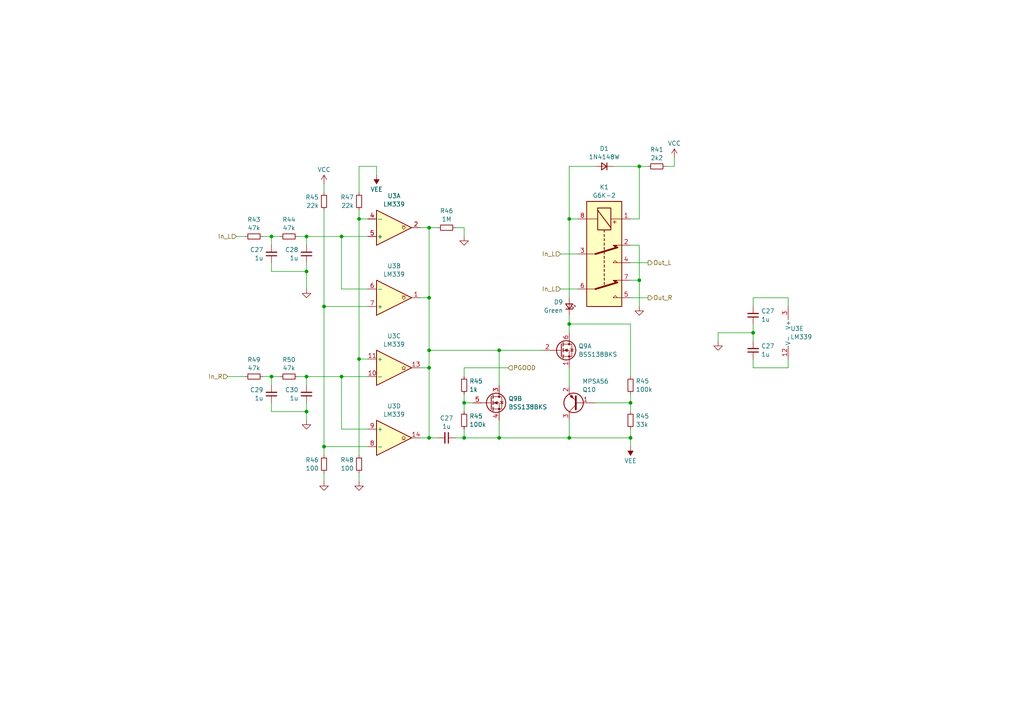
<source format=kicad_sch>
(kicad_sch (version 20230121) (generator eeschema)
  (paper "A4")
  (lib_symbols
    (symbol "Comparator:LM339" (pin_names (offset 0.127))
      (property "Reference" "U" (at 0 5.08 0))
      (property "Value" "LM339" (at 0 -5.08 0))
      (symbol "LM339_1_1"
        (polyline (pts (xy -5.08 5.08) (xy 5.08 0) (xy -5.08 -5.08) (xy -5.08 5.08)) (stroke (width 0.254)) (fill (type background)))
        (polyline (pts (xy 3.302 -0.508) (xy 2.794 -0.508) (xy 3.302 0) (xy 2.794 0.508) (xy 2.286 0) (xy 2.794 -0.508) (xy 2.286 -0.508)) (stroke (width 0.127)))
        (pin open_collector line (at 7.62 0 180) (length 2.54) (name "~") (number "2"))
        (pin input line (at -7.62 -2.54 0) (length 2.54) (name "-") (number "4"))
        (pin input line (at -7.62 2.54 0) (length 2.54) (name "+") (number "5"))
      )
      (symbol "LM339_2_1"
        (polyline (pts (xy -5.08 5.08) (xy 5.08 0) (xy -5.08 -5.08) (xy -5.08 5.08)) (stroke (width 0.254)) (fill (type background)))
        (polyline (pts (xy 3.302 -0.508) (xy 2.794 -0.508) (xy 3.302 0) (xy 2.794 0.508) (xy 2.286 0) (xy 2.794 -0.508) (xy 2.286 -0.508)) (stroke (width 0.127)))
        (pin open_collector line (at 7.62 0 180) (length 2.54) (name "~") (number "1"))
        (pin input line (at -7.62 -2.54 0) (length 2.54) (name "-") (number "6"))
        (pin input line (at -7.62 2.54 0) (length 2.54) (name "+") (number "7"))
      )
      (symbol "LM339_3_1"
        (polyline (pts (xy -5.08 5.08) (xy 5.08 0) (xy -5.08 -5.08) (xy -5.08 5.08)) (stroke (width 0.254)) (fill (type background)))
        (polyline (pts (xy 3.302 -0.508) (xy 2.794 -0.508) (xy 3.302 0) (xy 2.794 0.508) (xy 2.286 0) (xy 2.794 -0.508) (xy 2.286 -0.508)) (stroke (width 0.127)))
        (pin input line (at -7.62 -2.54 0) (length 2.54) (name "-") (number "10"))
        (pin input line (at -7.62 2.54 0) (length 2.54) (name "+") (number "11"))
        (pin open_collector line (at 7.62 0 180) (length 2.54) (name "~") (number "13"))
      )
      (symbol "LM339_4_1"
        (polyline (pts (xy -5.08 5.08) (xy 5.08 0) (xy -5.08 -5.08) (xy -5.08 5.08)) (stroke (width 0.254)) (fill (type background)))
        (polyline (pts (xy 3.302 -0.508) (xy 2.794 -0.508) (xy 3.302 0) (xy 2.794 0.508) (xy 2.286 0) (xy 2.794 -0.508) (xy 2.286 -0.508)) (stroke (width 0.127)))
        (pin open_collector line (at 7.62 0 180) (length 2.54) (name "~") (number "14"))
        (pin input line (at -7.62 -2.54 0) (length 2.54) (name "-") (number "8"))
        (pin input line (at -7.62 2.54 0) (length 2.54) (name "+") (number "9"))
      )
      (symbol "LM339_5_1"
        (pin power_in line (at -2.54 -7.62 90) (length 3.81) (name "V-") (number "12"))
        (pin power_in line (at -2.54 7.62 270) (length 3.81) (name "V+") (number "3"))
      )
    )
    (symbol "Device:C_Small" (pin_numbers hide) (pin_names (offset 0.254) hide)
      (property "Reference" "C" (at 0.254 1.778 0))
      (property "Value" "C_Small" (at 0.254 -2.032 0))
      (symbol "C_Small_0_1"
        (polyline (pts (xy -1.524 -0.508) (xy 1.524 -0.508)) (stroke (width 0.3302)))
        (polyline (pts (xy -1.524 0.508) (xy 1.524 0.508)) (stroke (width 0.3048)))
      )
      (symbol "C_Small_1_1"
        (pin passive line (at 0 2.54 270) (length 2.032) (name "~") (number "1"))
        (pin passive line (at 0 -2.54 90) (length 2.032) (name "~") (number "2"))
      )
    )
    (symbol "Device:D_Small" (pin_numbers hide) (pin_names (offset 0.254) hide)
      (property "Reference" "D" (at -1.27 2.032 0))
      (property "Value" "D_Small" (at -3.81 -2.032 0))
      (symbol "D_Small_0_1"
        (polyline (pts (xy -0.762 -1.016) (xy -0.762 1.016)) (stroke (width 0.254)))
        (polyline (pts (xy -0.762 0) (xy 0.762 0)))
        (polyline (pts (xy 0.762 -1.016) (xy -0.762 0) (xy 0.762 1.016) (xy 0.762 -1.016)) (stroke (width 0.254)))
      )
      (symbol "D_Small_1_1"
        (pin passive line (at -2.54 0 0) (length 1.778) (name "K") (number "1"))
        (pin passive line (at 2.54 0 180) (length 1.778) (name "A") (number "2"))
      )
    )
    (symbol "Device:LED_Small" (pin_numbers hide) (pin_names (offset 0.254) hide)
      (property "Reference" "D" (at -1.27 3.175 0))
      (property "Value" "LED_Small" (at -4.445 -2.54 0))
      (symbol "LED_Small_0_1"
        (polyline (pts (xy -0.762 -1.016) (xy -0.762 1.016)) (stroke (width 0.254)))
        (polyline (pts (xy 1.016 0) (xy -0.762 0)))
        (polyline (pts (xy 0.762 -1.016) (xy -0.762 0) (xy 0.762 1.016) (xy 0.762 -1.016)) (stroke (width 0.254)))
        (polyline (pts (xy 0 0.762) (xy -0.508 1.27) (xy -0.254 1.27) (xy -0.508 1.27) (xy -0.508 1.016)))
        (polyline (pts (xy 0.508 1.27) (xy 0 1.778) (xy 0.254 1.778) (xy 0 1.778) (xy 0 1.524)))
      )
      (symbol "LED_Small_1_1"
        (pin passive line (at -2.54 0 0) (length 1.778) (name "K") (number "1"))
        (pin passive line (at 2.54 0 180) (length 1.778) (name "A") (number "2"))
      )
    )
    (symbol "Device:Q_Dual_NMOS_S1G1D2S2G2D1" (pin_names (offset 0) hide)
      (property "Reference" "Q" (at 6.35 1.27 0))
      (property "Value" "Q_Dual_NMOS_S1G1D2S2G2D1" (at 19.05 -1.27 0))
      (symbol "Q_Dual_NMOS_S1G1D2S2G2D1_0_1"
        (polyline (pts (xy 0.254 0) (xy -2.54 0)))
        (polyline (pts (xy 0.254 1.905) (xy 0.254 -1.905)) (stroke (width 0.254)))
        (polyline (pts (xy 0.762 -1.27) (xy 0.762 -2.286)) (stroke (width 0.254)))
        (polyline (pts (xy 0.762 0.508) (xy 0.762 -0.508)) (stroke (width 0.254)))
        (polyline (pts (xy 0.762 2.286) (xy 0.762 1.27)) (stroke (width 0.254)))
        (polyline (pts (xy 2.54 2.54) (xy 2.54 1.778)))
        (polyline (pts (xy 2.54 -2.54) (xy 2.54 0) (xy 0.762 0)))
        (polyline (pts (xy 0.762 -1.778) (xy 3.302 -1.778) (xy 3.302 1.778) (xy 0.762 1.778)))
        (polyline (pts (xy 1.016 0) (xy 2.032 0.381) (xy 2.032 -0.381) (xy 1.016 0)) (fill (type outline)))
        (polyline (pts (xy 2.794 0.508) (xy 2.921 0.381) (xy 3.683 0.381) (xy 3.81 0.254)))
        (polyline (pts (xy 3.302 0.381) (xy 2.921 -0.254) (xy 3.683 -0.254) (xy 3.302 0.381)))
        (circle (center 1.651 0) (radius 2.794) (stroke (width 0.254)))
        (circle (center 2.54 -1.778) (radius 0.254) (fill (type outline)))
        (circle (center 2.54 1.778) (radius 0.254) (fill (type outline)))
      )
      (symbol "Q_Dual_NMOS_S1G1D2S2G2D1_1_1"
        (pin passive line (at 2.54 -5.08 90) (length 2.54) (name "S") (number "1"))
        (pin input line (at -5.08 0 0) (length 2.54) (name "G") (number "2"))
        (pin passive line (at 2.54 5.08 270) (length 2.54) (name "D") (number "6"))
      )
      (symbol "Q_Dual_NMOS_S1G1D2S2G2D1_2_1"
        (pin passive line (at 2.54 5.08 270) (length 2.54) (name "D") (number "3"))
        (pin passive line (at 2.54 -5.08 90) (length 2.54) (name "S") (number "4"))
        (pin input line (at -5.08 0 0) (length 2.54) (name "G") (number "5"))
      )
    )
    (symbol "Device:R_Small" (pin_numbers hide) (pin_names (offset 0.254) hide)
      (property "Reference" "R" (at 0.762 0.508 0))
      (property "Value" "R_Small" (at 0.762 -1.016 0))
      (symbol "R_Small_0_1"
        (rectangle (start -0.762 1.778) (end 0.762 -1.778) (stroke (width 0.2032)))
      )
      (symbol "R_Small_1_1"
        (pin passive line (at 0 2.54 270) (length 0.762) (name "~") (number "1"))
        (pin passive line (at 0 -2.54 90) (length 0.762) (name "~") (number "2"))
      )
    )
    (symbol "Relay:G6K-2"
      (property "Reference" "K" (at 16.51 3.81 0))
      (property "Value" "G6K-2" (at 16.51 1.27 0))
      (symbol "G6K-2_0_0"
        (text "+" (at -9.271 2.921 0) (effects (font (size 1.27 1.27))))
      )
      (symbol "G6K-2_0_1"
        (rectangle (start -15.24 5.08) (end 15.24 -5.08) (stroke (width 0.254)) (fill (type background)))
        (rectangle (start -13.335 1.905) (end -6.985 -1.905) (stroke (width 0.254)))
        (polyline (pts (xy -12.7 -1.905) (xy -7.62 1.905)) (stroke (width 0.254)))
        (polyline (pts (xy -10.16 -5.08) (xy -10.16 -1.905)))
        (polyline (pts (xy -10.16 5.08) (xy -10.16 1.905)))
        (polyline (pts (xy -6.985 0) (xy -6.35 0)) (stroke (width 0.254)))
        (polyline (pts (xy -5.715 0) (xy -5.08 0)) (stroke (width 0.254)))
        (polyline (pts (xy -4.445 0) (xy -3.81 0)) (stroke (width 0.254)))
        (polyline (pts (xy -3.175 0) (xy -2.54 0)) (stroke (width 0.254)))
        (polyline (pts (xy -1.905 0) (xy -1.27 0)) (stroke (width 0.254)))
        (polyline (pts (xy -0.635 0) (xy 0 0)) (stroke (width 0.254)))
        (polyline (pts (xy 0 -2.54) (xy -1.905 3.81)) (stroke (width 0.508)))
        (polyline (pts (xy 0 -2.54) (xy 0 -5.08)))
        (polyline (pts (xy 0.635 0) (xy 1.27 0)) (stroke (width 0.254)))
        (polyline (pts (xy 1.905 0) (xy 2.54 0)) (stroke (width 0.254)))
        (polyline (pts (xy 3.175 0) (xy 3.81 0)) (stroke (width 0.254)))
        (polyline (pts (xy 4.445 0) (xy 5.08 0)) (stroke (width 0.254)))
        (polyline (pts (xy 5.715 0) (xy 6.35 0)) (stroke (width 0.254)))
        (polyline (pts (xy 6.985 0) (xy 7.62 0)) (stroke (width 0.254)))
        (polyline (pts (xy 8.255 0) (xy 8.89 0)) (stroke (width 0.254)))
        (polyline (pts (xy 10.16 -2.54) (xy 8.255 3.81)) (stroke (width 0.508)))
        (polyline (pts (xy 10.16 -2.54) (xy 10.16 -5.08)))
        (polyline (pts (xy -2.54 5.08) (xy -2.54 2.54) (xy -1.905 3.175) (xy -2.54 3.81)) (fill (type outline)))
        (polyline (pts (xy 2.54 5.08) (xy 2.54 2.54) (xy 1.905 3.175) (xy 2.54 3.81)))
        (polyline (pts (xy 7.62 5.08) (xy 7.62 2.54) (xy 8.255 3.175) (xy 7.62 3.81)) (fill (type outline)))
        (polyline (pts (xy 12.7 5.08) (xy 12.7 2.54) (xy 12.065 3.175) (xy 12.7 3.81)))
      )
      (symbol "G6K-2_1_1"
        (pin passive line (at -10.16 7.62 270) (length 2.54) (name "~") (number "1"))
        (pin passive line (at -2.54 7.62 270) (length 2.54) (name "~") (number "2"))
        (pin passive line (at 0 -7.62 90) (length 2.54) (name "~") (number "3"))
        (pin passive line (at 2.54 7.62 270) (length 2.54) (name "~") (number "4"))
        (pin passive line (at 12.7 7.62 270) (length 2.54) (name "~") (number "5"))
        (pin passive line (at 10.16 -7.62 90) (length 2.54) (name "~") (number "6"))
        (pin passive line (at 7.62 7.62 270) (length 2.54) (name "~") (number "7"))
        (pin passive line (at -10.16 -7.62 90) (length 2.54) (name "~") (number "8"))
      )
    )
    (symbol "Transistor_BJT:MMBT3906" (pin_names (offset 0) hide)
      (property "Reference" "Q" (at 5.08 1.905 0))
      (property "Value" "MMBT3906" (at 5.08 0 0))
      (symbol "MMBT3906_0_1"
        (polyline (pts (xy 0.635 0.635) (xy 2.54 2.54)))
        (polyline (pts (xy 0.635 -0.635) (xy 2.54 -2.54) (xy 2.54 -2.54)))
        (polyline (pts (xy 0.635 1.905) (xy 0.635 -1.905) (xy 0.635 -1.905)) (stroke (width 0.508)))
        (polyline (pts (xy 2.286 -1.778) (xy 1.778 -2.286) (xy 1.27 -1.27) (xy 2.286 -1.778) (xy 2.286 -1.778)) (fill (type outline)))
        (circle (center 1.27 0) (radius 2.8194) (stroke (width 0.254)))
      )
      (symbol "MMBT3906_1_1"
        (pin input line (at -5.08 0 0) (length 5.715) (name "B") (number "1"))
        (pin passive line (at 2.54 -5.08 90) (length 2.54) (name "E") (number "2"))
        (pin passive line (at 2.54 5.08 270) (length 2.54) (name "C") (number "3"))
      )
    )
    (symbol "power:GND" (power) (pin_names (offset 0))
      (property "Value" "GND" (at 0 -3.81 0))
      (symbol "GND_0_1"
        (polyline (pts (xy 0 0) (xy 0 -1.27) (xy 1.27 -1.27) (xy 0 -2.54) (xy -1.27 -1.27) (xy 0 -1.27)))
      )
      (symbol "GND_1_1"
        (pin power_in line (at 0 0 270) (length 0) hide (name "GND") (number "1"))
      )
    )
    (symbol "power:VCC" (power) (pin_names (offset 0))
      (property "Value" "VCC" (at 0 3.81 0))
      (symbol "VCC_0_1"
        (polyline (pts (xy -0.762 1.27) (xy 0 2.54)))
        (polyline (pts (xy 0 0) (xy 0 2.54)))
        (polyline (pts (xy 0 2.54) (xy 0.762 1.27)))
      )
      (symbol "VCC_1_1"
        (pin power_in line (at 0 0 90) (length 0) hide (name "VCC") (number "1"))
      )
    )
    (symbol "power:VEE" (power) (pin_names (offset 0))
      (property "Value" "VEE" (at 0 3.81 0))
      (symbol "VEE_0_1"
        (polyline (pts (xy 0 0) (xy 0 2.54)))
        (polyline (pts (xy 0.762 1.27) (xy -0.762 1.27) (xy 0 2.54) (xy 0.762 1.27)) (fill (type outline)))
      )
      (symbol "VEE_1_1"
        (pin power_in line (at 0 0 90) (length 0) hide (name "VEE") (number "1"))
      )
    )
  )
  (junction (at 182.88 127))
  (junction (at 124.46 86.36))
  (junction (at 99.06 109.22))
  (junction (at 134.62 127))
  (junction (at 124.46 127))
  (junction (at 218.44 96.52))
  (junction (at 165.1 127))
  (junction (at 165.1 63.5))
  (junction (at 88.9 109.22))
  (junction (at 78.74 68.58))
  (junction (at 88.9 78.74))
  (junction (at 165.1 93.98))
  (junction (at 104.14 63.5))
  (junction (at 93.98 129.54))
  (junction (at 144.78 101.6))
  (junction (at 124.46 66.04))
  (junction (at 78.74 109.22))
  (junction (at 185.42 81.28))
  (junction (at 93.98 88.9))
  (junction (at 88.9 68.58))
  (junction (at 104.14 104.14))
  (junction (at 182.88 116.84))
  (junction (at 124.46 101.6))
  (junction (at 88.9 119.38))
  (junction (at 99.06 68.58))
  (junction (at 124.46 106.68))
  (junction (at 185.42 48.26))
  (junction (at 134.62 116.84))
  (junction (at 144.78 127))
  (wire (pts (xy 218.44 86.36) (xy 228.6 86.36)))
  (wire (pts (xy 162.56 73.66) (xy 167.64 73.66)))
  (wire (pts (xy 93.98 60.96) (xy 93.98 88.9)))
  (wire (pts (xy 172.72 48.26) (xy 165.1 48.26)))
  (wire (pts (xy 182.88 124.46) (xy 182.88 127)))
  (wire (pts (xy 144.78 101.6) (xy 157.48 101.6)))
  (wire (pts (xy 78.74 109.22) (xy 78.74 111.76)))
  (wire (pts (xy 124.46 86.36) (xy 124.46 101.6)))
  (wire (pts (xy 99.06 109.22) (xy 106.68 109.22)))
  (wire (pts (xy 165.1 106.68) (xy 165.1 111.76)))
  (wire (pts (xy 93.98 129.54) (xy 93.98 132.08)))
  (wire (pts (xy 134.62 116.84) (xy 134.62 119.38)))
  (wire (pts (xy 88.9 76.2) (xy 88.9 78.74)))
  (wire (pts (xy 134.62 114.3) (xy 134.62 116.84)))
  (wire (pts (xy 99.06 68.58) (xy 99.06 83.82)))
  (wire (pts (xy 165.1 63.5) (xy 165.1 86.36)))
  (wire (pts (xy 208.28 96.52) (xy 218.44 96.52)))
  (wire (pts (xy 137.16 116.84) (xy 134.62 116.84)))
  (wire (pts (xy 165.1 127) (xy 144.78 127)))
  (wire (pts (xy 182.88 116.84) (xy 182.88 119.38)))
  (wire (pts (xy 218.44 93.98) (xy 218.44 96.52)))
  (wire (pts (xy 109.22 48.26) (xy 109.22 50.8)))
  (wire (pts (xy 185.42 81.28) (xy 185.42 88.9)))
  (wire (pts (xy 167.64 63.5) (xy 165.1 63.5)))
  (wire (pts (xy 86.36 68.58) (xy 88.9 68.58)))
  (wire (pts (xy 104.14 104.14) (xy 106.68 104.14)))
  (wire (pts (xy 78.74 76.2) (xy 78.74 78.74)))
  (wire (pts (xy 99.06 83.82) (xy 106.68 83.82)))
  (wire (pts (xy 88.9 68.58) (xy 88.9 71.12)))
  (wire (pts (xy 93.98 53.34) (xy 93.98 55.88)))
  (wire (pts (xy 228.6 88.9) (xy 228.6 86.36)))
  (wire (pts (xy 124.46 101.6) (xy 124.46 106.68)))
  (wire (pts (xy 165.1 91.44) (xy 165.1 93.98)))
  (wire (pts (xy 228.6 104.14) (xy 228.6 106.68)))
  (wire (pts (xy 185.42 48.26) (xy 187.96 48.26)))
  (wire (pts (xy 218.44 104.14) (xy 218.44 106.68)))
  (wire (pts (xy 134.62 106.68) (xy 134.62 109.22)))
  (wire (pts (xy 104.14 63.5) (xy 106.68 63.5)))
  (wire (pts (xy 165.1 121.92) (xy 165.1 127)))
  (wire (pts (xy 124.46 127) (xy 121.92 127)))
  (wire (pts (xy 104.14 104.14) (xy 104.14 132.08)))
  (wire (pts (xy 104.14 63.5) (xy 104.14 104.14)))
  (wire (pts (xy 88.9 109.22) (xy 88.9 111.76)))
  (wire (pts (xy 228.6 106.68) (xy 218.44 106.68)))
  (wire (pts (xy 132.08 66.04) (xy 134.62 66.04)))
  (wire (pts (xy 185.42 81.28) (xy 182.88 81.28)))
  (wire (pts (xy 124.46 101.6) (xy 144.78 101.6)))
  (wire (pts (xy 134.62 124.46) (xy 134.62 127)))
  (wire (pts (xy 93.98 88.9) (xy 93.98 129.54)))
  (wire (pts (xy 88.9 116.84) (xy 88.9 119.38)))
  (wire (pts (xy 195.58 48.26) (xy 193.04 48.26)))
  (wire (pts (xy 182.88 93.98) (xy 165.1 93.98)))
  (wire (pts (xy 182.88 86.36) (xy 187.96 86.36)))
  (wire (pts (xy 121.92 66.04) (xy 124.46 66.04)))
  (wire (pts (xy 182.88 76.2) (xy 187.96 76.2)))
  (wire (pts (xy 78.74 78.74) (xy 88.9 78.74)))
  (wire (pts (xy 185.42 71.12) (xy 185.42 81.28)))
  (wire (pts (xy 182.88 109.22) (xy 182.88 93.98)))
  (wire (pts (xy 182.88 71.12) (xy 185.42 71.12)))
  (wire (pts (xy 208.28 99.06) (xy 208.28 96.52)))
  (wire (pts (xy 134.62 127) (xy 144.78 127)))
  (wire (pts (xy 124.46 106.68) (xy 124.46 127)))
  (wire (pts (xy 172.72 116.84) (xy 182.88 116.84)))
  (wire (pts (xy 121.92 86.36) (xy 124.46 86.36)))
  (wire (pts (xy 124.46 127) (xy 127 127)))
  (wire (pts (xy 132.08 127) (xy 134.62 127)))
  (wire (pts (xy 104.14 48.26) (xy 104.14 55.88)))
  (wire (pts (xy 134.62 106.68) (xy 147.32 106.68)))
  (wire (pts (xy 93.98 129.54) (xy 106.68 129.54)))
  (wire (pts (xy 144.78 101.6) (xy 144.78 111.76)))
  (wire (pts (xy 104.14 60.96) (xy 104.14 63.5)))
  (wire (pts (xy 76.2 109.22) (xy 78.74 109.22)))
  (wire (pts (xy 88.9 121.92) (xy 88.9 119.38)))
  (wire (pts (xy 218.44 88.9) (xy 218.44 86.36)))
  (wire (pts (xy 144.78 121.92) (xy 144.78 127)))
  (wire (pts (xy 124.46 66.04) (xy 127 66.04)))
  (wire (pts (xy 104.14 139.7) (xy 104.14 137.16)))
  (wire (pts (xy 99.06 109.22) (xy 99.06 124.46)))
  (wire (pts (xy 66.04 109.22) (xy 71.12 109.22)))
  (wire (pts (xy 185.42 63.5) (xy 182.88 63.5)))
  (wire (pts (xy 78.74 109.22) (xy 81.28 109.22)))
  (wire (pts (xy 177.8 48.26) (xy 185.42 48.26)))
  (wire (pts (xy 182.88 114.3) (xy 182.88 116.84)))
  (wire (pts (xy 195.58 45.72) (xy 195.58 48.26)))
  (wire (pts (xy 109.22 48.26) (xy 104.14 48.26)))
  (wire (pts (xy 78.74 119.38) (xy 88.9 119.38)))
  (wire (pts (xy 78.74 68.58) (xy 81.28 68.58)))
  (wire (pts (xy 162.56 83.82) (xy 167.64 83.82)))
  (wire (pts (xy 86.36 109.22) (xy 88.9 109.22)))
  (wire (pts (xy 134.62 68.58) (xy 134.62 66.04)))
  (wire (pts (xy 93.98 139.7) (xy 93.98 137.16)))
  (wire (pts (xy 88.9 68.58) (xy 99.06 68.58)))
  (wire (pts (xy 165.1 93.98) (xy 165.1 96.52)))
  (wire (pts (xy 88.9 83.82) (xy 88.9 78.74)))
  (wire (pts (xy 93.98 88.9) (xy 106.68 88.9)))
  (wire (pts (xy 99.06 124.46) (xy 106.68 124.46)))
  (wire (pts (xy 218.44 96.52) (xy 218.44 99.06)))
  (wire (pts (xy 121.92 106.68) (xy 124.46 106.68)))
  (wire (pts (xy 71.12 68.58) (xy 68.58 68.58)))
  (wire (pts (xy 88.9 109.22) (xy 99.06 109.22)))
  (wire (pts (xy 78.74 116.84) (xy 78.74 119.38)))
  (wire (pts (xy 99.06 68.58) (xy 106.68 68.58)))
  (wire (pts (xy 185.42 48.26) (xy 185.42 63.5)))
  (wire (pts (xy 182.88 127) (xy 182.88 129.54)))
  (wire (pts (xy 182.88 127) (xy 165.1 127)))
  (wire (pts (xy 78.74 68.58) (xy 78.74 71.12)))
  (wire (pts (xy 165.1 48.26) (xy 165.1 63.5)))
  (wire (pts (xy 76.2 68.58) (xy 78.74 68.58)))
  (wire (pts (xy 124.46 66.04) (xy 124.46 86.36)))
  (hierarchical_label "In_L" (shape input) (at 162.56 73.66 180))
  (hierarchical_label "In_L" (shape input) (at 162.56 83.82 180))
  (hierarchical_label "Out_R" (shape output) (at 187.96 86.36 0))
  (hierarchical_label "Out_L" (shape output) (at 187.96 76.2 0))
  (hierarchical_label "In_L" (shape input) (at 68.58 68.58 180))
  (hierarchical_label "PGOOD" (shape input) (at 147.32 106.68 0))
  (hierarchical_label "In_R" (shape input) (at 66.04 109.22 180))
  (symbol (lib_id "Device:C_Small") (at 88.9 114.3 0) (mirror x) (unit 1)
    (property "Reference" "C30" (at 86.5759 113.0815 0) (effects (justify right)))
    (property "Value" "1u" (at 86.5759 115.5057 0) (effects (justify right)))
    (instances (project "Mirza" (path "" (reference "C30") (unit 1)) (path "" (reference "C2") (unit 1)) (path "" (reference "C30") (unit 1))))
  )
  (symbol (lib_id "Device:C_Small") (at 78.74 73.66 0) (mirror x) (unit 1)
    (property "Reference" "C27" (at 76.4159 72.4415 0) (effects (justify right)))
    (property "Value" "1u" (at 76.4159 74.8657 0) (effects (justify right)))
    (instances (project "Mirza" (path "" (reference "C27") (unit 1)) (path "" (reference "C2") (unit 1)) (path "" (reference "C27") (unit 1))))
  )
  (symbol (lib_id "power:GND") (at 93.98 139.7 0) (unit 1)
    (property "Reference" "#PWR017" (effects hide))
    (property "Value" "GND" (effects hide))
    (instances (project "Mirza" (path "" (reference "#PWR017") (unit 1)) (path "" (reference "#PWR01") (unit 1)) (path "" (reference "#PWR017") (unit 1))))
  )
  (symbol (lib_id "Comparator:LM339") (at 231.14 96.52 0) (unit 5)
    (property "Reference" "U3" (at 229.235 95.3079 0) (effects (justify left)))
    (property "Value" "LM339" (at 229.235 97.7321 0) (effects (justify left)))
    (property "Datasheet" "https://www.st.com/resource/en/datasheet/lm139.pdf" (effects hide))
  )
  (symbol (lib_id "Device:C_Small") (at 78.74 114.3 0) (mirror x) (unit 1)
    (property "Reference" "C29" (at 76.4159 113.0815 0) (effects (justify right)))
    (property "Value" "1u" (at 76.4159 115.5057 0) (effects (justify right)))
    (instances (project "Mirza" (path "" (reference "C29") (unit 1)) (path "" (reference "C2") (unit 1)) (path "" (reference "C28") (unit 1))))
  )
  (symbol (lib_id "power:GND") (at 88.9 121.92 0) (unit 1)
    (property "Reference" "#PWR021" (effects hide))
    (property "Value" "GND" (effects hide))
    (instances (project "Mirza" (path "" (reference "#PWR021") (unit 1)) (path "" (reference "#PWR01") (unit 1)) (path "" (reference "#PWR015") (unit 1))))
  )
  (symbol (lib_id "power:GND") (at 185.42 88.9 0) (unit 1)
    (property "Reference" "#PWR020" (effects hide))
    (property "Value" "GND" (effects hide))
    (instances (project "Mirza" (path "" (reference "#PWR020") (unit 1)) (path "" (reference "#PWR01") (unit 1)) (path "" (reference "#PWR025") (unit 1))))
  )
  (symbol (lib_id "Device:R_Small") (at 104.14 134.62 0) (mirror x) (unit 1)
    (property "Reference" "R48" (at 102.6414 133.4079 0) (effects (justify right)))
    (property "Value" "100" (at 102.6414 135.8321 0) (effects (justify right)))
    (instances (project "Mirza" (path "" (reference "R48") (unit 1)) (path "" (reference "R8") (unit 1)) (path "" (reference "R34") (unit 1))))
  )
  (symbol (lib_id "power:VEE") (at 109.22 50.8 180) (unit 1)
    (property "Reference" "#PWR03" (effects hide))
    (property "Value" "VEE" (at 109.22 54.9331 0))
    (instances (project "Mirza" (path "" (reference "#PWR03") (unit 1)) (path "" (reference "#PWR016") (unit 1)) (path "" (reference "#PWR021") (unit 1))))
  )
  (symbol (lib_id "Device:R_Small") (at 104.14 58.42 0) (mirror x) (unit 1)
    (property "Reference" "R47" (at 102.6414 57.2079 0) (effects (justify right)))
    (property "Value" "22k" (at 102.6414 59.6321 0) (effects (justify right)))
    (instances (project "Mirza" (path "" (reference "R47") (unit 1)) (path "" (reference "R5") (unit 1)) (path "" (reference "R33") (unit 1))))
  )
  (symbol (lib_id "Device:R_Small") (at 83.82 109.22 90) (unit 1)
    (property "Reference" "R50" (at 83.82 104.3391 90))
    (property "Value" "47k" (at 83.82 106.7633 90))
    (instances (project "Mirza" (path "" (reference "R50") (unit 1)) (path "" (reference "R5") (unit 1)) (path "" (reference "R30") (unit 1))))
  )
  (symbol (lib_id "Device:R_Small") (at 129.54 66.04 270) (mirror x) (unit 1)
    (property "Reference" "R46" (at 129.54 61.1591 90))
    (property "Value" "1M" (at 129.54 63.5833 90))
    (instances (project "Mirza" (path "" (reference "R46") (unit 1)) (path "" (reference "R8") (unit 1)) (path "" (reference "R35") (unit 1))))
  )
  (symbol (lib_id "Device:R_Small") (at 190.5 48.26 270) (mirror x) (unit 1)
    (property "Reference" "R41" (at 190.5 43.3791 90))
    (property "Value" "2k2" (at 190.5 45.8033 90))
    (instances (project "Mirza" (path "" (reference "R41") (unit 1)) (path "" (reference "R2") (unit 1)) (path "" (reference "R40") (unit 1))))
  )
  (symbol (lib_id "Comparator:LM339") (at 114.3 86.36 0) (mirror x) (unit 2)
    (property "Reference" "U3" (at 114.3 77.1357 0))
    (property "Value" "LM339" (at 114.3 79.5599 0))
    (property "Datasheet" "https://www.st.com/resource/en/datasheet/lm139.pdf" (effects hide))
  )
  (symbol (lib_id "Device:C_Small") (at 218.44 101.6 180) (unit 1)
    (property "Reference" "C27" (at 220.7641 100.3815 0) (effects (justify right)))
    (property "Value" "1u" (at 220.7641 102.8057 0) (effects (justify right)))
    (instances (project "Mirza" (path "" (reference "C27") (unit 1)) (path "" (reference "C2") (unit 1)) (path "" (reference "C33") (unit 1))))
  )
  (symbol (lib_id "power:VCC") (at 195.58 45.72 0) (unit 1)
    (property "Reference" "#PWR02" (effects hide))
    (property "Value" "VCC" (at 195.58 41.5869 0))
    (instances (project "Mirza" (path "" (reference "#PWR02") (unit 1)) (path "" (reference "#PWR015") (unit 1)) (path "" (reference "#PWR026") (unit 1))))
  )
  (symbol (lib_id "Device:C_Small") (at 218.44 91.44 180) (unit 1)
    (property "Reference" "C27" (at 220.7641 90.2215 0) (effects (justify right)))
    (property "Value" "1u" (at 220.7641 92.6457 0) (effects (justify right)))
    (instances (project "Mirza" (path "" (reference "C27") (unit 1)) (path "" (reference "C2") (unit 1)) (path "" (reference "C32") (unit 1))))
  )
  (symbol (lib_id "Device:R_Small") (at 182.88 111.76 0) (unit 1)
    (property "Reference" "R45" (at 184.3786 110.5479 0) (effects (justify left)))
    (property "Value" "100k" (at 184.3786 112.9721 0) (effects (justify left)))
    (instances (project "Mirza" (path "" (reference "R45") (unit 1)) (path "" (reference "R5") (unit 1)) (path "" (reference "R38") (unit 1))))
  )
  (symbol (lib_id "Device:C_Small") (at 129.54 127 270) (unit 1)
    (property "Reference" "C27" (at 129.5336 121.2936 90))
    (property "Value" "1u" (at 129.5336 123.7178 90))
    (instances (project "Mirza" (path "" (reference "C27") (unit 1)) (path "" (reference "C2") (unit 1)) (path "" (reference "C31") (unit 1))))
  )
  (symbol (lib_id "Device:R_Small") (at 83.82 68.58 90) (unit 1)
    (property "Reference" "R44" (at 83.82 63.6991 90))
    (property "Value" "47k" (at 83.82 66.1233 90))
    (instances (project "Mirza" (path "" (reference "R44") (unit 1)) (path "" (reference "R5") (unit 1)) (path "" (reference "R29") (unit 1))))
  )
  (symbol (lib_id "Device:R_Small") (at 134.62 121.92 0) (unit 1)
    (property "Reference" "R45" (at 136.1186 120.7079 0) (effects (justify left)))
    (property "Value" "100k" (at 136.1186 123.1321 0) (effects (justify left)))
    (instances (project "Mirza" (path "" (reference "R45") (unit 1)) (path "" (reference "R5") (unit 1)) (path "" (reference "R37") (unit 1))))
  )
  (symbol (lib_id "Comparator:LM339") (at 114.3 66.04 0) (mirror x) (unit 1)
    (property "Reference" "U3" (at 114.3 56.8157 0))
    (property "Value" "LM339" (at 114.3 59.2399 0))
    (property "Datasheet" "https://www.st.com/resource/en/datasheet/lm139.pdf" (effects hide))
  )
  (symbol (lib_id "Comparator:LM339") (at 114.3 127 0) (unit 4)
    (property "Reference" "U3" (at 114.3 117.7757 0))
    (property "Value" "LM339" (at 114.3 120.1999 0))
    (property "Datasheet" "https://www.st.com/resource/en/datasheet/lm139.pdf" (effects hide))
  )
  (symbol (lib_id "Transistor_BJT:MMBT3906") (at 167.64 116.84 180) (unit 1)
    (property "Reference" "Q10" (at 168.91 113.03 0) (effects (justify right)))
    (property "Value" "MPSA56" (at 168.91 110.6058 0) (effects (justify right)))
    (property "Footprint" "Package_TO_SOT_SMD:SOT-23" (effects hide))
    (property "Datasheet" "https://www.onsemi.com/pdf/datasheet/pzt3906-d.pdf" (effects hide))
  )
  (symbol (lib_id "power:VEE") (at 182.88 129.54 180) (unit 1)
    (property "Reference" "#PWR03" (effects hide))
    (property "Value" "VEE" (at 182.88 133.6731 0))
    (instances (project "Mirza" (path "" (reference "#PWR03") (unit 1)) (path "" (reference "#PWR016") (unit 1)) (path "" (reference "#PWR023") (unit 1))))
  )
  (symbol (lib_id "Device:R_Small") (at 93.98 58.42 0) (mirror x) (unit 1)
    (property "Reference" "R45" (at 92.4814 57.2079 0) (effects (justify right)))
    (property "Value" "22k" (at 92.4814 59.6321 0) (effects (justify right)))
    (instances (project "Mirza" (path "" (reference "R45") (unit 1)) (path "" (reference "R5") (unit 1)) (path "" (reference "R31") (unit 1))))
  )
  (symbol (lib_id "power:GND") (at 104.14 139.7 0) (unit 1)
    (property "Reference" "#PWR020" (effects hide))
    (property "Value" "GND" (effects hide))
    (instances (project "Mirza" (path "" (reference "#PWR020") (unit 1)) (path "" (reference "#PWR01") (unit 1)) (path "" (reference "#PWR020") (unit 1))))
  )
  (symbol (lib_id "Device:R_Small") (at 134.62 111.76 0) (mirror x) (unit 1)
    (property "Reference" "R45" (at 136.1186 110.5479 0) (effects (justify left)))
    (property "Value" "1k" (at 136.1186 112.9721 0) (effects (justify left)))
    (instances (project "Mirza" (path "" (reference "R45") (unit 1)) (path "" (reference "R5") (unit 1)) (path "" (reference "R36") (unit 1))))
  )
  (symbol (lib_id "power:GND") (at 208.28 99.06 0) (unit 1)
    (property "Reference" "#PWR017" (effects hide))
    (property "Value" "GND" (effects hide))
    (instances (project "Mirza" (path "" (reference "#PWR017") (unit 1)) (path "" (reference "#PWR01") (unit 1)) (path "" (reference "#PWR022") (unit 1))))
  )
  (symbol (lib_id "Relay:G6K-2") (at 175.26 73.66 270) (unit 1)
    (property "Reference" "K1" (at 175.26 54.2757 90))
    (property "Value" "G6K-2" (at 175.26 56.6999 90))
    (property "Datasheet" "http://omronfs.omron.com/en_US/ecb/products/pdf/en-g6k.pdf" (effects hide))
  )
  (symbol (lib_id "Device:R_Small") (at 182.88 121.92 0) (unit 1)
    (property "Reference" "R45" (at 184.3786 120.7079 0) (effects (justify left)))
    (property "Value" "33k" (at 184.3786 123.1321 0) (effects (justify left)))
    (instances (project "Mirza" (path "" (reference "R45") (unit 1)) (path "" (reference "R5") (unit 1)) (path "" (reference "R39") (unit 1))))
  )
  (symbol (lib_id "power:GND") (at 88.9 83.82 0) (unit 1)
    (property "Reference" "#PWR014" (effects hide))
    (property "Value" "GND" (effects hide))
    (instances (project "Mirza" (path "" (reference "#PWR014") (unit 1)) (path "" (reference "#PWR01") (unit 1)) (path "" (reference "#PWR014") (unit 1))))
  )
  (symbol (lib_id "power:GND") (at 134.62 68.58 0) (unit 1)
    (property "Reference" "#PWR020" (effects hide))
    (property "Value" "GND" (effects hide))
    (instances (project "Mirza" (path "" (reference "#PWR020") (unit 1)) (path "" (reference "#PWR01") (unit 1)) (path "" (reference "#PWR024") (unit 1))))
  )
  (symbol (lib_id "Device:R_Small") (at 73.66 109.22 90) (unit 1)
    (property "Reference" "R49" (at 73.66 104.3391 90))
    (property "Value" "47k" (at 73.66 106.7633 90))
    (instances (project "Mirza" (path "" (reference "R49") (unit 1)) (path "" (reference "R5") (unit 1)) (path "" (reference "R28") (unit 1))))
  )
  (symbol (lib_id "Device:R_Small") (at 93.98 134.62 0) (mirror x) (unit 1)
    (property "Reference" "R46" (at 92.4814 133.4079 0) (effects (justify right)))
    (property "Value" "100" (at 92.4814 135.8321 0) (effects (justify right)))
    (instances (project "Mirza" (path "" (reference "R46") (unit 1)) (path "" (reference "R8") (unit 1)) (path "" (reference "R32") (unit 1))))
  )
  (symbol (lib_id "Device:Q_Dual_NMOS_S1G1D2S2G2D1") (at 162.56 101.6 0) (unit 1)
    (property "Reference" "Q9" (at 167.767 100.3879 0) (effects (justify left)))
    (property "Value" "BSS138BKS" (at 167.767 102.8121 0) (effects (justify left)))
    (property "Footprint" "Ariamelon-Package:SOT-363_SC-70-6" (effects hide))
  )
  (symbol (lib_id "Device:Q_Dual_NMOS_S1G1D2S2G2D1") (at 142.24 116.84 0) (unit 2)
    (property "Reference" "Q9" (at 147.447 115.6279 0) (effects (justify left)))
    (property "Value" "BSS138BKS" (at 147.447 118.0521 0) (effects (justify left)))
    (property "Footprint" "Ariamelon-Package:SOT-363_SC-70-6" (effects hide))
  )
  (symbol (lib_id "power:VCC") (at 93.98 53.34 0) (unit 1)
    (property "Reference" "#PWR02" (effects hide))
    (property "Value" "VCC" (at 93.98 49.2069 0))
    (instances (project "Mirza" (path "" (reference "#PWR02") (unit 1)) (path "" (reference "#PWR015") (unit 1)) (path "" (reference "#PWR016") (unit 1))))
  )
  (symbol (lib_id "Device:R_Small") (at 73.66 68.58 90) (unit 1)
    (property "Reference" "R43" (at 73.66 63.6991 90))
    (property "Value" "47k" (at 73.66 66.1233 90))
    (instances (project "Mirza" (path "" (reference "R43") (unit 1)) (path "" (reference "R5") (unit 1)) (path "" (reference "R27") (unit 1))))
  )
  (symbol (lib_id "Device:C_Small") (at 88.9 73.66 0) (mirror x) (unit 1)
    (property "Reference" "C28" (at 86.5759 72.4415 0) (effects (justify right)))
    (property "Value" "1u" (at 86.5759 74.8657 0) (effects (justify right)))
    (instances (project "Mirza" (path "" (reference "C28") (unit 1)) (path "" (reference "C2") (unit 1)) (path "" (reference "C29") (unit 1))))
  )
  (symbol (lib_id "Comparator:LM339") (at 114.3 106.68 0) (unit 3)
    (property "Reference" "U3" (at 114.3 97.4557 0))
    (property "Value" "LM339" (at 114.3 99.8799 0))
    (property "Datasheet" "https://www.st.com/resource/en/datasheet/lm139.pdf" (effects hide))
  )
  (symbol (lib_id "Device:D_Small") (at 175.26 48.26 0) (mirror y) (unit 1)
    (property "Reference" "D1" (at 175.26 43.0997 0))
    (property "Value" "1N4148W" (at 175.26 45.5239 0))
    (property "Sim.Device" "D" (effects hide))
    (property "Sim.Pins" "1=K 2=A" (effects hide))
    (instances (project "Mirza" (path "" (reference "D1") (unit 1)) (path "" (reference "D1") (unit 1)) (path "" (reference "D10") (unit 1))))
  )
  (symbol (lib_id "Device:LED_Small") (at 165.1 88.9 270) (mirror x) (unit 1)
    (property "Reference" "D9" (at 163.322 87.6244 90) (effects (justify right)))
    (property "Value" "Green" (at 163.322 90.0486 90) (effects (justify right)))
  )
)
</source>
